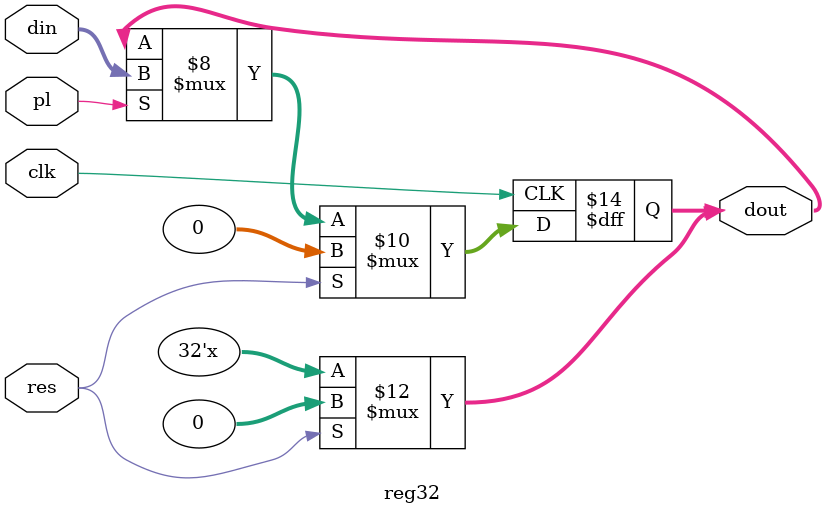
<source format=v>
module reg32(clk, res, pl, din, dout);
	input clk, res, pl;
	input [31:0] din;
	
	output [31:0] dout;
	reg [31:0] dout;
	
	always@(res) begin
		if (res==1'b1)
			dout <= 0;
	end
	always@(posedge clk) begin
		if (res==0)
			if (pl==1'b1)
				dout <= din;
			else
				dout <= dout;
		else
			dout <= 0;
	end
endmodule

</source>
